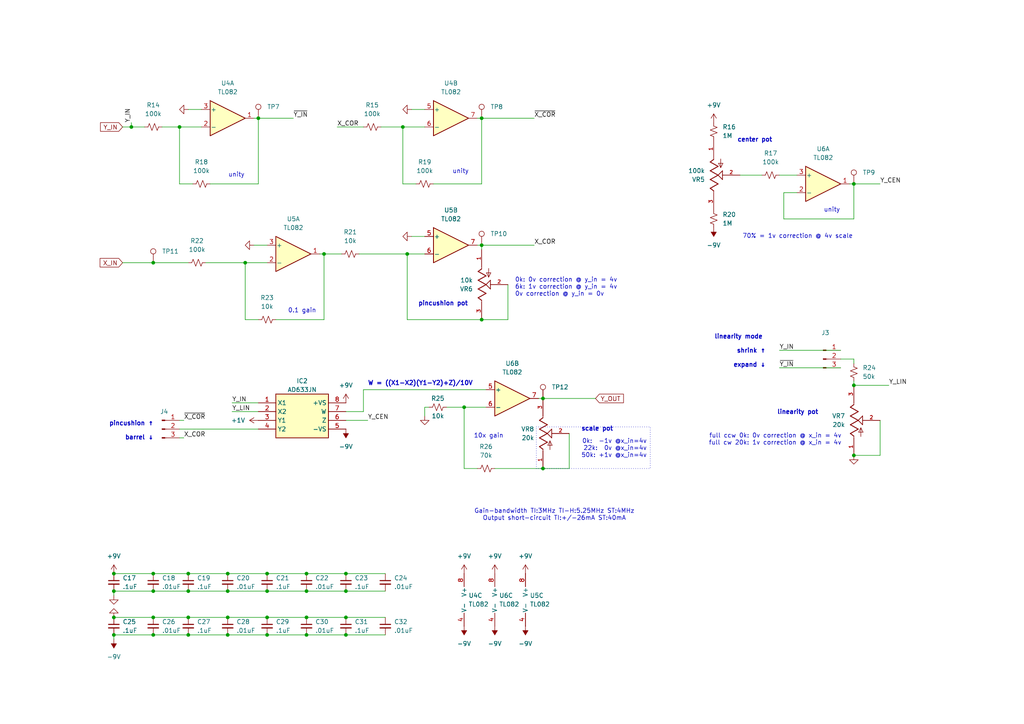
<source format=kicad_sch>
(kicad_sch (version 20231120) (generator "eeschema") (generator_version "8.0")
  (paper "A4")
  (lib_symbols
    (symbol "3362P-1-103LF:3362P-1-103LF" (pin_names (offset 1.016))
      (property "Reference" "VR" (at -10.1818 2.5465 0))
      (property "Value" "3362P-1-103LF" (at -10.1645 -7.6423 0))
      (symbol "3362P-1-103LF_0_0"
        (polyline (pts (xy -5.08 0) (xy -4.572 0)) (stroke (width 0.1524)))
        (polyline (pts (xy -4.699 -2.032) (xy -2.159 -2.032)) (stroke (width 0.1524)))
        (polyline (pts (xy -4.572 0) (xy -3.81 1.016)) (stroke (width 0.254)))
        (polyline (pts (xy -3.81 1.016) (xy -2.54 -1.27)) (stroke (width 0.254)))
        (polyline (pts (xy -3.429 -2.667) (xy -3.429 -1.397)) (stroke (width 0.1524)))
        (polyline (pts (xy -3.429 -1.397) (xy -2.159 -2.032)) (stroke (width 0.1524)))
        (polyline (pts (xy -2.54 -1.27) (xy -1.27 1.016)) (stroke (width 0.254)))
        (polyline (pts (xy -2.159 -2.032) (xy -3.429 -2.667)) (stroke (width 0.1524)))
        (polyline (pts (xy -1.27 -2.54) (xy 0 -1.27)) (stroke (width 0.2032)))
        (polyline (pts (xy -1.27 1.016) (xy 0 -1.27)) (stroke (width 0.254)))
        (polyline (pts (xy 0 -1.27) (xy 1.27 -2.54)) (stroke (width 0.2032)))
        (polyline (pts (xy 0 -1.27) (xy 1.27 1.016)) (stroke (width 0.254)))
        (polyline (pts (xy 1.27 -2.54) (xy -1.27 -2.54)) (stroke (width 0.2032)))
        (polyline (pts (xy 1.27 1.016) (xy 2.54 -1.27)) (stroke (width 0.254)))
        (polyline (pts (xy 2.54 -1.27) (xy 3.81 1.016)) (stroke (width 0.254)))
        (polyline (pts (xy 3.81 1.016) (xy 4.572 0)) (stroke (width 0.254)))
        (polyline (pts (xy 4.572 0) (xy 5.08 0)) (stroke (width 0.1524)))
        (pin passive line (at -10.16 0 0) (length 5.08) (name "~") (number "1"))
        (pin passive line (at 0 -7.62 90) (length 5.08) (name "~") (number "2"))
        (pin passive line (at 10.16 0 180) (length 5.08) (name "~") (number "3"))
      )
    )
    (symbol "AD633JN:AD633JN"
      (property "Reference" "IC" (at 21.59 7.62 0))
      (property "Value" "AD633JN" (at 21.59 5.08 0))
      (symbol "AD633JN_1_1"
        (rectangle (start 5.08 2.54) (end 20.32 -10.16) (stroke (width 0.254)) (fill (type background)))
        (pin passive line (at 0 0 0) (length 5.08) (name "X1") (number "1"))
        (pin passive line (at 0 -2.54 0) (length 5.08) (name "X2") (number "2"))
        (pin passive line (at 0 -5.08 0) (length 5.08) (name "Y1") (number "3"))
        (pin passive line (at 0 -7.62 0) (length 5.08) (name "Y2") (number "4"))
        (pin passive line (at 25.4 -7.62 180) (length 5.08) (name "-VS") (number "5"))
        (pin passive line (at 25.4 -5.08 180) (length 5.08) (name "Z") (number "6"))
        (pin passive line (at 25.4 -2.54 180) (length 5.08) (name "W") (number "7"))
        (pin passive line (at 25.4 0 180) (length 5.08) (name "+VS") (number "8"))
      )
    )
    (symbol "Amplifier_Operational:TL082" (pin_names (offset 0.127))
      (property "Reference" "U" (at 0 5.08 0))
      (property "Value" "TL082" (at 0 -5.08 0))
      (symbol "TL082_1_1"
        (polyline (pts (xy -5.08 5.08) (xy 5.08 0) (xy -5.08 -5.08) (xy -5.08 5.08)) (stroke (width 0.254)) (fill (type background)))
        (pin output line (at 7.62 0 180) (length 2.54) (name "~") (number "1"))
        (pin input line (at -7.62 -2.54 0) (length 2.54) (name "-") (number "2"))
        (pin input line (at -7.62 2.54 0) (length 2.54) (name "+") (number "3"))
      )
      (symbol "TL082_2_1"
        (polyline (pts (xy -5.08 5.08) (xy 5.08 0) (xy -5.08 -5.08) (xy -5.08 5.08)) (stroke (width 0.254)) (fill (type background)))
        (pin input line (at -7.62 2.54 0) (length 2.54) (name "+") (number "5"))
        (pin input line (at -7.62 -2.54 0) (length 2.54) (name "-") (number "6"))
        (pin output line (at 7.62 0 180) (length 2.54) (name "~") (number "7"))
      )
      (symbol "TL082_3_1"
        (pin power_in line (at -2.54 -7.62 90) (length 3.81) (name "V-") (number "4"))
        (pin power_in line (at -2.54 7.62 270) (length 3.81) (name "V+") (number "8"))
      )
    )
    (symbol "Connector:Conn_01x03_Male" (pin_names (offset 1.016) hide)
      (property "Reference" "J" (at 0 5.08 0))
      (property "Value" "Conn_01x03_Male" (at 0 -5.08 0))
      (symbol "Conn_01x03_Male_1_1"
        (polyline (pts (xy 1.27 -2.54) (xy 0.8636 -2.54)) (stroke (width 0.1524)))
        (polyline (pts (xy 1.27 0) (xy 0.8636 0)) (stroke (width 0.1524)))
        (polyline (pts (xy 1.27 2.54) (xy 0.8636 2.54)) (stroke (width 0.1524)))
        (rectangle (start 0.8636 -2.413) (end 0 -2.667) (stroke (width 0.1524)) (fill (type outline)))
        (rectangle (start 0.8636 0.127) (end 0 -0.127) (stroke (width 0.1524)) (fill (type outline)))
        (rectangle (start 0.8636 2.667) (end 0 2.413) (stroke (width 0.1524)) (fill (type outline)))
        (pin passive line (at 5.08 2.54 180) (length 3.81) (name "Pin_1") (number "1"))
        (pin passive line (at 5.08 0 180) (length 3.81) (name "Pin_2") (number "2"))
        (pin passive line (at 5.08 -2.54 180) (length 3.81) (name "Pin_3") (number "3"))
      )
    )
    (symbol "Connector:TestPoint" (pin_numbers hide) (pin_names (offset 0.762) hide)
      (property "Reference" "TP" (at 0 6.858 0))
      (property "Value" "TestPoint" (at 0 5.08 0))
      (symbol "TestPoint_0_1"
        (circle (center 0 3.302) (radius 0.762))
      )
      (symbol "TestPoint_1_1"
        (pin passive line (at 0 0 90) (length 2.54) (name "1") (number "1"))
      )
    )
    (symbol "Device:C_Small" (pin_numbers hide) (pin_names (offset 0.254) hide)
      (property "Reference" "C" (at 0.254 1.778 0))
      (property "Value" "C_Small" (at 0.254 -2.032 0))
      (symbol "C_Small_0_1"
        (polyline (pts (xy -1.524 -0.508) (xy 1.524 -0.508)) (stroke (width 0.3302)))
        (polyline (pts (xy -1.524 0.508) (xy 1.524 0.508)) (stroke (width 0.3048)))
      )
      (symbol "C_Small_1_1"
        (pin passive line (at 0 2.54 270) (length 2.032) (name "~") (number "1"))
        (pin passive line (at 0 -2.54 90) (length 2.032) (name "~") (number "2"))
      )
    )
    (symbol "Device:R_Small_US" (pin_numbers hide) (pin_names (offset 0.254) hide)
      (property "Reference" "R" (at 0.762 0.508 0))
      (property "Value" "R_Small_US" (at 0.762 -1.016 0))
      (symbol "R_Small_US_1_1"
        (polyline (pts (xy 0 0) (xy 1.016 -0.381) (xy 0 -0.762) (xy -1.016 -1.143) (xy 0 -1.524)))
        (polyline (pts (xy 0 1.524) (xy 1.016 1.143) (xy 0 0.762) (xy -1.016 0.381) (xy 0 0)))
        (pin passive line (at 0 2.54 270) (length 1.016) (name "~") (number "1"))
        (pin passive line (at 0 -2.54 90) (length 1.016) (name "~") (number "2"))
      )
    )
    (symbol "power:+1V0" (power) (pin_numbers hide) (pin_names (offset 0) hide)
      (property "Value" "+1V0" (at 0 3.556 0))
      (symbol "+1V0_0_1"
        (polyline (pts (xy -0.762 1.27) (xy 0 2.54)))
        (polyline (pts (xy 0 0) (xy 0 2.54)))
        (polyline (pts (xy 0 2.54) (xy 0.762 1.27)))
      )
      (symbol "+1V0_1_1"
        (pin power_in line (at 0 0 90) (length 0) (name "~") (number "1"))
      )
    )
    (symbol "power:+9V" (power) (pin_numbers hide) (pin_names (offset 0) hide)
      (property "Value" "+9V" (at 0 3.556 0))
      (symbol "+9V_0_1"
        (polyline (pts (xy -0.762 1.27) (xy 0 2.54)))
        (polyline (pts (xy 0 0) (xy 0 2.54)))
        (polyline (pts (xy 0 2.54) (xy 0.762 1.27)))
      )
      (symbol "+9V_1_1"
        (pin power_in line (at 0 0 90) (length 0) (name "~") (number "1"))
      )
    )
    (symbol "power:-9V" (power) (pin_numbers hide) (pin_names (offset 0) hide)
      (property "Value" "-9V" (at 0 3.556 0))
      (symbol "-9V_0_1"
        (polyline (pts (xy 0 0) (xy 0 2.54)))
        (polyline (pts (xy 0.762 1.27) (xy -0.762 1.27) (xy 0 2.54) (xy 0.762 1.27)) (fill (type outline)))
      )
      (symbol "-9V_1_1"
        (pin power_in line (at 0 0 90) (length 0) (name "~") (number "1"))
      )
    )
    (symbol "power:GND" (power) (pin_names (offset 0))
      (property "Value" "GND" (at 0 -3.81 0))
      (symbol "GND_0_1"
        (polyline (pts (xy 0 0) (xy 0 -1.27) (xy 1.27 -1.27) (xy 0 -2.54) (xy -1.27 -1.27) (xy 0 -1.27)))
      )
      (symbol "GND_1_1"
        (pin power_in line (at 0 0 270) (length 0) hide (name "GND") (number "1"))
      )
    )
  )
  (junction (at 66.04 166.37))
  (junction (at 38.1 36.83))
  (junction (at 33.02 184.15))
  (junction (at 100.33 166.37))
  (junction (at 88.9 171.45))
  (junction (at 44.45 171.45))
  (junction (at 66.04 171.45))
  (junction (at 88.9 166.37))
  (junction (at 139.7 34.29))
  (junction (at 54.61 171.45))
  (junction (at 93.98 73.66))
  (junction (at 66.04 184.15))
  (junction (at 88.9 184.15))
  (junction (at 118.11 73.66))
  (junction (at 33.02 166.37))
  (junction (at 100.33 171.45))
  (junction (at 44.45 166.37))
  (junction (at 44.45 179.07))
  (junction (at 33.02 179.07))
  (junction (at 139.7 71.12))
  (junction (at 157.48 115.57))
  (junction (at 77.47 179.07))
  (junction (at 74.93 34.29))
  (junction (at 247.65 53.34))
  (junction (at 134.62 118.11))
  (junction (at 116.84 36.83))
  (junction (at 44.45 76.2))
  (junction (at 52.07 36.83))
  (junction (at 33.02 171.45))
  (junction (at 77.47 171.45))
  (junction (at 54.61 179.07))
  (junction (at 66.04 179.07))
  (junction (at 100.33 184.15))
  (junction (at 54.61 166.37))
  (junction (at 247.65 111.76))
  (junction (at 77.47 184.15))
  (junction (at 44.45 184.15))
  (junction (at 157.48 135.89))
  (junction (at 247.65 132.08))
  (junction (at 77.47 166.37))
  (junction (at 139.7 92.71))
  (junction (at 71.12 76.2))
  (junction (at 54.61 184.15))
  (junction (at 88.9 179.07))
  (junction (at 100.33 179.07))
  (wire (pts (xy 88.9 166.37) (xy 100.33 166.37)))
  (wire (pts (xy 226.06 101.6) (xy 243.84 101.6)))
  (wire (pts (xy 44.45 184.15) (xy 54.61 184.15)))
  (wire (pts (xy 93.98 92.71) (xy 93.98 73.66)))
  (wire (pts (xy 44.45 171.45) (xy 54.61 171.45)))
  (wire (pts (xy 44.45 76.2) (xy 54.61 76.2)))
  (wire (pts (xy 226.06 50.8) (xy 231.14 50.8)))
  (wire (pts (xy 116.84 36.83) (xy 123.19 36.83)))
  (wire (pts (xy 54.61 171.45) (xy 66.04 171.45)))
  (wire (pts (xy 243.84 104.14) (xy 247.65 104.14)))
  (wire (pts (xy 157.48 115.57) (xy 156.21 115.57)))
  (wire (pts (xy 52.07 36.83) (xy 52.07 53.34)))
  (wire (pts (xy 77.47 179.07) (xy 88.9 179.07)))
  (wire (pts (xy 67.31 116.84) (xy 74.93 116.84)))
  (wire (pts (xy 247.65 53.34) (xy 255.27 53.34)))
  (wire (pts (xy 77.47 184.15) (xy 88.9 184.15)))
  (wire (pts (xy 67.31 119.38) (xy 74.93 119.38)))
  (wire (pts (xy 157.48 115.57) (xy 172.72 115.57)))
  (wire (pts (xy 255.27 121.92) (xy 255.27 132.08)))
  (wire (pts (xy 165.1 135.89) (xy 157.48 135.89)))
  (wire (pts (xy 33.02 184.15) (xy 33.02 185.42)))
  (wire (pts (xy 247.65 111.76) (xy 257.81 111.76)))
  (wire (pts (xy 214.63 50.8) (xy 220.98 50.8)))
  (wire (pts (xy 227.33 55.88) (xy 231.14 55.88)))
  (wire (pts (xy 227.33 55.88) (xy 227.33 63.5)))
  (wire (pts (xy 66.04 179.07) (xy 77.47 179.07)))
  (wire (pts (xy 134.62 118.11) (xy 134.62 135.89)))
  (wire (pts (xy 247.65 111.76) (xy 247.65 110.49)))
  (wire (pts (xy 52.07 36.83) (xy 58.42 36.83)))
  (wire (pts (xy 97.79 36.83) (xy 105.41 36.83)))
  (wire (pts (xy 88.9 179.07) (xy 100.33 179.07)))
  (wire (pts (xy 54.61 31.75) (xy 58.42 31.75)))
  (wire (pts (xy 66.04 166.37) (xy 77.47 166.37)))
  (wire (pts (xy 52.07 124.46) (xy 74.93 124.46)))
  (wire (pts (xy 247.65 63.5) (xy 247.65 53.34)))
  (wire (pts (xy 88.9 184.15) (xy 100.33 184.15)))
  (wire (pts (xy 143.51 135.89) (xy 157.48 135.89)))
  (wire (pts (xy 80.01 92.71) (xy 93.98 92.71)))
  (wire (pts (xy 100.33 171.45) (xy 111.76 171.45)))
  (wire (pts (xy 53.34 127) (xy 52.07 127)))
  (wire (pts (xy 44.45 166.37) (xy 54.61 166.37)))
  (wire (pts (xy 33.02 171.45) (xy 44.45 171.45)))
  (wire (pts (xy 247.65 53.34) (xy 246.38 53.34)))
  (wire (pts (xy 104.14 73.66) (xy 118.11 73.66)))
  (wire (pts (xy 123.19 118.11) (xy 123.19 120.65)))
  (wire (pts (xy 46.99 36.83) (xy 52.07 36.83)))
  (wire (pts (xy 247.65 104.14) (xy 247.65 105.41)))
  (wire (pts (xy 124.46 118.11) (xy 123.19 118.11)))
  (wire (pts (xy 100.33 179.07) (xy 111.76 179.07)))
  (wire (pts (xy 74.93 34.29) (xy 73.66 34.29)))
  (wire (pts (xy 116.84 36.83) (xy 116.84 53.34)))
  (wire (pts (xy 74.93 34.29) (xy 85.09 34.29)))
  (wire (pts (xy 139.7 53.34) (xy 139.7 34.29)))
  (wire (pts (xy 147.32 82.55) (xy 147.32 92.71)))
  (wire (pts (xy 139.7 34.29) (xy 154.94 34.29)))
  (wire (pts (xy 100.33 166.37) (xy 111.76 166.37)))
  (wire (pts (xy 110.49 36.83) (xy 116.84 36.83)))
  (wire (pts (xy 55.88 53.34) (xy 52.07 53.34)))
  (wire (pts (xy 139.7 71.12) (xy 138.43 71.12)))
  (wire (pts (xy 54.61 184.15) (xy 66.04 184.15)))
  (wire (pts (xy 54.61 166.37) (xy 66.04 166.37)))
  (wire (pts (xy 71.12 76.2) (xy 77.47 76.2)))
  (wire (pts (xy 118.11 73.66) (xy 123.19 73.66)))
  (wire (pts (xy 74.93 34.29) (xy 74.93 53.34)))
  (wire (pts (xy 38.1 35.56) (xy 38.1 36.83)))
  (wire (pts (xy 54.61 179.07) (xy 66.04 179.07)))
  (wire (pts (xy 77.47 166.37) (xy 88.9 166.37)))
  (wire (pts (xy 38.1 36.83) (xy 41.91 36.83)))
  (wire (pts (xy 165.1 125.73) (xy 165.1 135.89)))
  (wire (pts (xy 44.45 179.07) (xy 54.61 179.07)))
  (wire (pts (xy 71.12 76.2) (xy 71.12 92.71)))
  (wire (pts (xy 33.02 184.15) (xy 44.45 184.15)))
  (wire (pts (xy 35.56 76.2) (xy 44.45 76.2)))
  (wire (pts (xy 53.34 121.92) (xy 52.07 121.92)))
  (wire (pts (xy 74.93 92.71) (xy 71.12 92.71)))
  (wire (pts (xy 118.11 73.66) (xy 118.11 92.71)))
  (wire (pts (xy 33.02 171.45) (xy 33.02 172.72)))
  (wire (pts (xy 66.04 184.15) (xy 77.47 184.15)))
  (wire (pts (xy 120.65 53.34) (xy 116.84 53.34)))
  (wire (pts (xy 93.98 73.66) (xy 92.71 73.66)))
  (wire (pts (xy 88.9 171.45) (xy 100.33 171.45)))
  (wire (pts (xy 147.32 92.71) (xy 139.7 92.71)))
  (wire (pts (xy 139.7 34.29) (xy 138.43 34.29)))
  (wire (pts (xy 73.66 71.12) (xy 77.47 71.12)))
  (wire (pts (xy 33.02 179.07) (xy 44.45 179.07)))
  (wire (pts (xy 138.43 135.89) (xy 134.62 135.89)))
  (wire (pts (xy 33.02 166.37) (xy 44.45 166.37)))
  (wire (pts (xy 77.47 171.45) (xy 88.9 171.45)))
  (wire (pts (xy 227.33 63.5) (xy 247.65 63.5)))
  (wire (pts (xy 119.38 68.58) (xy 123.19 68.58)))
  (wire (pts (xy 105.41 119.38) (xy 105.41 113.03)))
  (wire (pts (xy 66.04 171.45) (xy 77.47 171.45)))
  (wire (pts (xy 119.38 31.75) (xy 123.19 31.75)))
  (wire (pts (xy 35.56 36.83) (xy 38.1 36.83)))
  (wire (pts (xy 60.96 53.34) (xy 74.93 53.34)))
  (wire (pts (xy 100.33 184.15) (xy 111.76 184.15)))
  (wire (pts (xy 255.27 132.08) (xy 247.65 132.08)))
  (wire (pts (xy 125.73 53.34) (xy 139.7 53.34)))
  (wire (pts (xy 93.98 73.66) (xy 99.06 73.66)))
  (wire (pts (xy 59.69 76.2) (xy 71.12 76.2)))
  (wire (pts (xy 139.7 71.12) (xy 154.94 71.12)))
  (wire (pts (xy 100.33 121.92) (xy 106.68 121.92)))
  (wire (pts (xy 118.11 92.71) (xy 139.7 92.71)))
  (wire (pts (xy 226.06 106.68) (xy 243.84 106.68)))
  (wire (pts (xy 105.41 113.03) (xy 140.97 113.03)))
  (wire (pts (xy 139.7 72.39) (xy 139.7 71.12)))
  (wire (pts (xy 134.62 118.11) (xy 140.97 118.11)))
  (wire (pts (xy 100.33 119.38) (xy 105.41 119.38)))
  (wire (pts (xy 129.54 118.11) (xy 134.62 118.11)))
  (text_box "0k:  -1v @x_in=4v\n22k:  0v @x_in=4v\n50k: +1v @x_in=4v\n" (at 155.575 123.825 0) (size 33.02 12.065) (stroke (width 0) (type dot)) (effects (font (size 1.27 1.27)) (justify right)))
  (text "linearity mode \n\nshrink ↑\n\nexpand ↓" (at 222.25 101.854 0) (effects (font (size 1.27 1.27) (thickness 0.254) (bold yes)) (justify right)))
  (text "70% = 1v correction @ 4v scale\n" (at 247.396 68.58 0) (effects (font (size 1.27 1.27)) (justify right)))
  (text "0k: 0v correction @ y_in = 4v\n6k: 1v correction @ y_in = 4v\n0v correction @ y_in = 0v\n" (at 149.352 83.312 0) (effects (font (size 1.27 1.27)) (justify left)))
  (text "pincushion pot" (at 128.524 88.138 0) (effects (font (size 1.27 1.27) (thickness 0.254) (bold yes))))
  (text "pincushion ↑\n\nbarrel ↓" (at 44.704 124.968 0) (effects (font (size 1.27 1.27) (thickness 0.254) (bold yes)) (justify right)))
  (text "0.1 gain" (at 87.63 90.17 0) (effects (font (size 1.27 1.27))))
  (text "W = ((X1−X2)(Y1−Y2)+Z)/10V" (at 121.92 111.252 0) (effects (font (size 1.27 1.27) (thickness 0.254) (bold yes))))
  (text "full ccw 0k: 0v correction @ x_in = 4v\nfull cw 20k: 1v correction @ x_in = 4v\n" (at 244.094 127.508 0) (effects (font (size 1.27 1.27)) (justify right)))
  (text "unity" (at 133.604 49.784 0) (effects (font (size 1.27 1.27))))
  (text "linearity pot" (at 231.394 119.634 0) (effects (font (size 1.27 1.27) (thickness 0.254) (bold yes))))
  (text "unity" (at 241.3 60.96 0) (effects (font (size 1.27 1.27))))
  (text "10x gain" (at 141.732 126.492 0) (effects (font (size 1.27 1.27))))
  (text "center pot\n" (at 218.948 40.64 0) (effects (font (size 1.27 1.27) (thickness 0.254) (bold yes))))
  (text "scale pot" (at 173.228 124.46 0) (effects (font (size 1.27 1.27) (thickness 0.254) (bold yes))))
  (text "Gain-bandwidth TI:3MHz TI-H:5.25MHz ST:4MHz\nOutput short-circuit TI:+/-26mA ST:40mA" (at 160.782 149.352 0) (effects (font (size 1.27 1.27))))
  (text "unity" (at 68.58 50.8 0) (effects (font (size 1.27 1.27))))
  (label "Y_IN" (at 67.31 116.84 0))
  (label "~{Y_IN}" (at 226.06 106.68 0))
  (label "X_COR" (at 97.79 36.83 0))
  (label "~{X_COR}" (at 53.34 121.92 0))
  (label "Y_IN" (at 38.1 35.56 90))
  (label "~{X_COR}" (at 154.94 34.29 0))
  (label "X_COR" (at 53.34 127 0))
  (label "Y_CEN" (at 106.68 121.92 0))
  (label "X_COR" (at 154.94 71.12 0))
  (label "Y_CEN" (at 255.27 53.34 0))
  (label "Y_IN" (at 226.06 101.6 0))
  (label "Y_LIN" (at 257.81 111.76 0))
  (label "~{Y_IN}" (at 85.09 34.29 0))
  (label "Y_LIN" (at 67.31 119.38 0))
  (global_label "X_IN" (shape input) (at 35.56 76.2 180) (property "Intersheetrefs" "${INTERSHEET_REFS}" (effects (hide yes))))
  (global_label "Y_OUT" (shape input) (at 172.72 115.57 0) (property "Intersheetrefs" "${INTERSHEET_REFS}" (effects (hide yes))))
  (global_label "Y_IN" (shape input) (at 35.56 36.83 180) (property "Intersheetrefs" "${INTERSHEET_REFS}" (effects (hide yes))))
  (symbol (lib_id "Device:R_Small_US") (at 57.15 76.2 90) (unit 1) (exclude_from_sim yes)
    (property "Reference" "R22" (at 57.15 69.85 90))
    (property "Value" "100k" (at 57.15 72.39 90))
    (property "Footprint" "Resistor_THT:R_Axial_DIN0207_L6.3mm_D2.5mm_P10.16mm_Horizontal" (effects (hide yes)))
  )
  (symbol (lib_id "Device:C_Small") (at 44.45 181.61 0) (unit 1) (exclude_from_sim yes)
    (property "Reference" "C26" (at 46.99 180.3462 0) (effects (justify left)))
    (property "Value" ".01uF" (at 46.99 182.8862 0) (effects (justify left)))
    (property "Footprint" "Capacitor_THT:C_Rect_L4.6mm_W2.0mm_P2.50mm_MKS02_FKP02" (effects (hide yes)))
  )
  (symbol (lib_id "power:GND") (at 119.38 68.58 270) (unit 1) (exclude_from_sim yes)
    (property "Reference" "#PWR026" (effects (hide yes)))
    (property "Value" "GND" (effects (hide yes)))
  )
  (symbol (lib_id "Connector:TestPoint") (at 157.48 115.57 0) (unit 1) (exclude_from_sim yes)
    (property "Reference" "TP12" (at 160.02 112.2679 0) (effects (justify left)))
    (property "Value" "TestPoint" (effects (hide yes)))
    (property "Footprint" "TestPoint:TestPoint_THTPad_1.0x1.0mm_Drill0.5mm" (effects (hide yes)))
    (property "Description" "test point" (effects (hide yes)))
  )
  (symbol (lib_id "Device:C_Small") (at 54.61 181.61 0) (unit 1) (exclude_from_sim yes)
    (property "Reference" "C27" (at 57.15 180.3462 0) (effects (justify left)))
    (property "Value" ".1uF" (at 57.15 182.8862 0) (effects (justify left)))
    (property "Footprint" "Capacitor_THT:C_Rect_L4.6mm_W2.0mm_P2.50mm_MKS02_FKP02" (effects (hide yes)))
  )
  (symbol (lib_id "Device:R_Small_US") (at 223.52 50.8 90) (unit 1) (exclude_from_sim yes)
    (property "Reference" "R17" (at 223.52 44.45 90))
    (property "Value" "100k" (at 223.52 46.99 90))
    (property "Footprint" "Resistor_THT:R_Axial_DIN0207_L6.3mm_D2.5mm_P10.16mm_Horizontal" (effects (hide yes)))
  )
  (symbol (lib_id "power:+9V") (at 33.02 166.37 0) (unit 1) (exclude_from_sim yes)
    (property "Reference" "#PWR033" (effects (hide yes)))
    (property "Value" "+9V" (at 33.02 161.29 0))
    (property "Description" "Power symbol creates a global label with name \"+9V\"" (effects (hide yes)))
  )
  (symbol (lib_id "Amplifier_Operational:TL082") (at 130.81 71.12 0) (unit 2) (exclude_from_sim yes)
    (property "Reference" "U5" (at 130.81 60.96 0))
    (property "Value" "TL082" (at 130.81 63.5 0))
    (property "Footprint" "Package_DIP:DIP-8_W7.62mm_Socket" (effects (hide yes)))
    (property "Datasheet" "http://www.ti.com/lit/ds/symlink/tl081.pdf" (effects (hide yes)))
    (property "Description" "Dual JFET-Input Operational Amplifiers, DIP-8/SOIC-8/SSOP-8" (effects (hide yes)))
    (property "Sim.Pins" "3=in+ 2=in- 8=vcc 4=vee 1=out" (effects (hide yes)))
    (property "Sim.Device" "SUBCKT" (effects (hide yes)))
    (property "Sim.Library" "${KICAD7_SYMBOL_DIR}/Simulation_SPICE.sp" (effects (hide yes)))
    (property "Sim.Name" "kicad_builtin_opamp" (effects (hide yes)))
  )
  (symbol (lib_id "power:GND") (at 54.61 31.75 270) (unit 1) (exclude_from_sim yes)
    (property "Reference" "#PWR022" (effects (hide yes)))
    (property "Value" "GND" (effects (hide yes)))
  )
  (symbol (lib_id "Device:C_Small") (at 66.04 168.91 0) (unit 1) (exclude_from_sim yes)
    (property "Reference" "C20" (at 68.58 167.6462 0) (effects (justify left)))
    (property "Value" ".01uF" (at 68.58 170.1862 0) (effects (justify left)))
    (property "Footprint" "Capacitor_THT:C_Rect_L4.6mm_W2.0mm_P2.50mm_MKS02_FKP02" (effects (hide yes)))
  )
  (symbol (lib_id "Device:R_Small_US") (at 58.42 53.34 90) (unit 1) (exclude_from_sim yes)
    (property "Reference" "R18" (at 58.42 46.99 90))
    (property "Value" "100k" (at 58.42 49.53 90))
    (property "Footprint" "Resistor_THT:R_Axial_DIN0207_L6.3mm_D2.5mm_P10.16mm_Horizontal" (effects (hide yes)))
  )
  (symbol (lib_id "power:+9V") (at 143.51 166.37 0) (unit 1) (exclude_from_sim yes)
    (property "Reference" "#PWR035" (effects (hide yes)))
    (property "Value" "+9V" (at 143.51 161.29 0))
    (property "Description" "Power symbol creates a global label with name \"+9V\"" (effects (hide yes)))
  )
  (symbol (lib_id "3362P-1-103LF:3362P-1-103LF") (at 157.48 125.73 90) (unit 1)
    (property "Reference" "VR8" (at 154.94 124.4599 90) (effects (justify left)))
    (property "Value" "20k" (at 154.94 126.9999 90) (effects (justify left)))
    (property "Footprint" "3362P_1_103LF:TRIM_3362P-1-103LF" (effects (hide yes)))
    (property "PARTREV" "08/26/10" (effects (hide yes)))
    (property "MF" "Bourns" (effects (hide yes)))
    (property "MP" "3362P-1-205LF" (effects (hide yes)))
    (property "STANDARD" "Manufacturer Recommendation" (effects (hide yes)))
  )
  (symbol (lib_id "Device:R_Small_US") (at 107.95 36.83 90) (unit 1) (exclude_from_sim yes)
    (property "Reference" "R15" (at 107.95 30.48 90))
    (property "Value" "100k" (at 107.95 33.02 90))
    (property "Footprint" "Resistor_THT:R_Axial_DIN0207_L6.3mm_D2.5mm_P10.16mm_Horizontal" (effects (hide yes)))
  )
  (symbol (lib_id "power:GND") (at 33.02 179.07 180) (unit 1) (exclude_from_sim yes)
    (property "Reference" "#PWR038" (effects (hide yes)))
    (property "Value" "GND" (effects (hide yes)))
  )
  (symbol (lib_id "Connector:TestPoint") (at 139.7 71.12 0) (unit 1) (exclude_from_sim yes)
    (property "Reference" "TP10" (at 142.24 67.8179 0) (effects (justify left)))
    (property "Value" "TestPoint" (effects (hide yes)))
    (property "Footprint" "TestPoint:TestPoint_THTPad_1.0x1.0mm_Drill0.5mm" (effects (hide yes)))
    (property "Description" "test point" (effects (hide yes)))
  )
  (symbol (lib_id "3362P-1-103LF:3362P-1-103LF") (at 247.65 121.92 90) (unit 1) (exclude_from_sim yes)
    (property "Reference" "VR7" (at 245.11 120.6499 90) (effects (justify left)))
    (property "Value" "20k" (at 245.11 123.1899 90) (effects (justify left)))
    (property "Footprint" "3362P_1_103LF:TRIM_3362P-1-103LF" (effects (hide yes)))
    (property "PARTREV" "08/26/10" (effects (hide yes)))
    (property "MF" "Bourns" (effects (hide yes)))
    (property "MP" "3362P-1-205LF" (effects (hide yes)))
    (property "STANDARD" "Manufacturer Recommendation" (effects (hide yes)))
  )
  (symbol (lib_id "power:-9V") (at 143.51 181.61 180) (unit 1) (exclude_from_sim yes)
    (property "Reference" "#PWR040" (effects (hide yes)))
    (property "Value" "-9V" (at 143.51 186.69 0))
    (property "Description" "Power symbol creates a global label with name \"-9V\"" (effects (hide yes)))
  )
  (symbol (lib_id "Amplifier_Operational:TL082") (at 238.76 53.34 0) (unit 1) (exclude_from_sim yes)
    (property "Reference" "U6" (at 238.76 43.18 0))
    (property "Value" "TL082" (at 238.76 45.72 0))
    (property "Footprint" "Package_DIP:DIP-8_W7.62mm_Socket" (effects (hide yes)))
    (property "Datasheet" "http://www.ti.com/lit/ds/symlink/tl081.pdf" (effects (hide yes)))
    (property "Description" "Dual JFET-Input Operational Amplifiers, DIP-8/SOIC-8/SSOP-8" (effects (hide yes)))
    (property "Sim.Pins" "3=in+ 2=in- 8=vcc 4=vee 1=out" (effects (hide yes)))
    (property "Sim.Device" "SUBCKT" (effects (hide yes)))
    (property "Sim.Library" "${KICAD7_SYMBOL_DIR}/Simulation_SPICE.sp" (effects (hide yes)))
    (property "Sim.Name" "kicad_builtin_opamp" (effects (hide yes)))
  )
  (symbol (lib_id "Amplifier_Operational:TL082") (at 66.04 34.29 0) (unit 1) (exclude_from_sim yes)
    (property "Reference" "U4" (at 66.04 24.13 0))
    (property "Value" "TL082" (at 66.04 26.67 0))
    (property "Footprint" "Package_DIP:DIP-8_W7.62mm_Socket" (effects (hide yes)))
    (property "Datasheet" "http://www.ti.com/lit/ds/symlink/tl081.pdf" (effects (hide yes)))
    (property "Description" "Dual JFET-Input Operational Amplifiers, DIP-8/SOIC-8/SSOP-8" (effects (hide yes)))
    (property "Sim.Pins" "3=in+ 2=in- 8=vcc 4=vee 1=out" (effects (hide yes)))
    (property "Sim.Device" "SUBCKT" (effects (hide yes)))
    (property "Sim.Library" "${KICAD7_SYMBOL_DIR}/Simulation_SPICE.sp" (effects (hide yes)))
    (property "Sim.Name" "kicad_builtin_opamp" (effects (hide yes)))
  )
  (symbol (lib_id "Connector:TestPoint") (at 44.45 76.2 0) (unit 1) (exclude_from_sim yes)
    (property "Reference" "TP11" (at 46.99 72.8979 0) (effects (justify left)))
    (property "Value" "TestPoint" (effects (hide yes)))
    (property "Footprint" "TestPoint:TestPoint_THTPad_1.0x1.0mm_Drill0.5mm" (effects (hide yes)))
    (property "Description" "test point" (effects (hide yes)))
  )
  (symbol (lib_id "Device:C_Small") (at 54.61 168.91 0) (unit 1) (exclude_from_sim yes)
    (property "Reference" "C19" (at 57.15 167.6462 0) (effects (justify left)))
    (property "Value" ".1uF" (at 57.15 170.1862 0) (effects (justify left)))
    (property "Footprint" "Capacitor_THT:C_Rect_L4.6mm_W2.0mm_P2.50mm_MKS02_FKP02" (effects (hide yes)))
  )
  (symbol (lib_id "power:-9V") (at 152.4 181.61 180) (unit 1) (exclude_from_sim yes)
    (property "Reference" "#PWR041" (effects (hide yes)))
    (property "Value" "-9V" (at 152.4 186.69 0))
    (property "Description" "Power symbol creates a global label with name \"-9V\"" (effects (hide yes)))
  )
  (symbol (lib_id "Device:C_Small") (at 88.9 181.61 0) (unit 1) (exclude_from_sim yes)
    (property "Reference" "C30" (at 91.44 180.3462 0) (effects (justify left)))
    (property "Value" ".01uF" (at 91.44 182.8862 0) (effects (justify left)))
    (property "Footprint" "Capacitor_THT:C_Rect_L4.6mm_W2.0mm_P2.50mm_MKS02_FKP02" (effects (hide yes)))
  )
  (symbol (lib_id "Amplifier_Operational:TL082") (at 146.05 173.99 0) (unit 3) (exclude_from_sim yes)
    (property "Reference" "U6" (at 144.78 172.7199 0) (effects (justify left)))
    (property "Value" "TL082" (at 144.78 175.2599 0) (effects (justify left)))
    (property "Footprint" "Package_DIP:DIP-8_W7.62mm_Socket" (effects (hide yes)))
    (property "Datasheet" "http://www.ti.com/lit/ds/symlink/tl081.pdf" (effects (hide yes)))
    (property "Description" "Dual JFET-Input Operational Amplifiers, DIP-8/SOIC-8/SSOP-8" (effects (hide yes)))
    (property "Sim.Pins" "3=in+ 2=in- 8=vcc 4=vee 1=out" (effects (hide yes)))
    (property "Sim.Device" "SUBCKT" (effects (hide yes)))
    (property "Sim.Library" "${KICAD7_SYMBOL_DIR}/Simulation_SPICE.sp" (effects (hide yes)))
    (property "Sim.Name" "kicad_builtin_opamp" (effects (hide yes)))
  )
  (symbol (lib_id "Device:C_Small") (at 88.9 168.91 0) (unit 1) (exclude_from_sim yes)
    (property "Reference" "C22" (at 91.44 167.6462 0) (effects (justify left)))
    (property "Value" ".01uF" (at 91.44 170.1862 0) (effects (justify left)))
    (property "Footprint" "Capacitor_THT:C_Rect_L4.6mm_W2.0mm_P2.50mm_MKS02_FKP02" (effects (hide yes)))
  )
  (symbol (lib_id "Connector:TestPoint") (at 139.7 34.29 0) (unit 1) (exclude_from_sim yes)
    (property "Reference" "TP8" (at 142.24 30.9879 0) (effects (justify left)))
    (property "Value" "TestPoint" (effects (hide yes)))
    (property "Footprint" "TestPoint:TestPoint_THTPad_1.0x1.0mm_Drill0.5mm" (effects (hide yes)))
    (property "Description" "test point" (effects (hide yes)))
  )
  (symbol (lib_id "Amplifier_Operational:TL082") (at 130.81 34.29 0) (unit 2) (exclude_from_sim yes)
    (property "Reference" "U4" (at 130.81 24.13 0))
    (property "Value" "TL082" (at 130.81 26.67 0))
    (property "Footprint" "Package_DIP:DIP-8_W7.62mm_Socket" (effects (hide yes)))
    (property "Datasheet" "http://www.ti.com/lit/ds/symlink/tl081.pdf" (effects (hide yes)))
    (property "Description" "Dual JFET-Input Operational Amplifiers, DIP-8/SOIC-8/SSOP-8" (effects (hide yes)))
    (property "Sim.Pins" "3=in+ 2=in- 8=vcc 4=vee 1=out" (effects (hide yes)))
    (property "Sim.Device" "SUBCKT" (effects (hide yes)))
    (property "Sim.Library" "${KICAD7_SYMBOL_DIR}/Simulation_SPICE.sp" (effects (hide yes)))
    (property "Sim.Name" "kicad_builtin_opamp" (effects (hide yes)))
  )
  (symbol (lib_id "Device:R_Small_US") (at 127 118.11 90) (unit 1) (exclude_from_sim yes)
    (property "Reference" "R25" (at 127 115.57 90))
    (property "Value" "10k" (at 127 120.65 90))
    (property "Footprint" "Resistor_THT:R_Axial_DIN0207_L6.3mm_D2.5mm_P10.16mm_Horizontal" (effects (hide yes)))
  )
  (symbol (lib_id "Amplifier_Operational:TL082") (at 137.16 173.99 0) (unit 3) (exclude_from_sim yes)
    (property "Reference" "U4" (at 135.89 172.7199 0) (effects (justify left)))
    (property "Value" "TL082" (at 135.89 175.2599 0) (effects (justify left)))
    (property "Footprint" "Package_DIP:DIP-8_W7.62mm_Socket" (effects (hide yes)))
    (property "Datasheet" "http://www.ti.com/lit/ds/symlink/tl081.pdf" (effects (hide yes)))
    (property "Description" "Dual JFET-Input Operational Amplifiers, DIP-8/SOIC-8/SSOP-8" (effects (hide yes)))
    (property "Sim.Pins" "3=in+ 2=in- 8=vcc 4=vee 1=out" (effects (hide yes)))
    (property "Sim.Device" "SUBCKT" (effects (hide yes)))
    (property "Sim.Library" "${KICAD7_SYMBOL_DIR}/Simulation_SPICE.sp" (effects (hide yes)))
    (property "Sim.Name" "kicad_builtin_opamp" (effects (hide yes)))
  )
  (symbol (lib_id "Device:R_Small_US") (at 207.01 38.1 180) (unit 1) (exclude_from_sim yes)
    (property "Reference" "R16" (at 209.55 36.8299 0) (effects (justify right)))
    (property "Value" "1M" (at 209.55 39.3699 0) (effects (justify right)))
    (property "Footprint" "Resistor_THT:R_Axial_DIN0207_L6.3mm_D2.5mm_P10.16mm_Horizontal" (effects (hide yes)))
  )
  (symbol (lib_id "Connector:Conn_01x03_Male") (at 238.76 104.14 0) (unit 1) (exclude_from_sim yes)
    (property "Reference" "J3" (at 239.395 96.52 0))
    (property "Value" "Conn_01x03_Male" (effects (hide yes)))
    (property "Footprint" "Connector_PinHeader_2.54mm:PinHeader_1x03_P2.54mm_Vertical" (effects (hide yes)))
  )
  (symbol (lib_id "Device:C_Small") (at 77.47 181.61 0) (unit 1) (exclude_from_sim yes)
    (property "Reference" "C29" (at 80.01 180.3462 0) (effects (justify left)))
    (property "Value" ".1uF" (at 80.01 182.8862 0) (effects (justify left)))
    (property "Footprint" "Capacitor_THT:C_Rect_L4.6mm_W2.0mm_P2.50mm_MKS02_FKP02" (effects (hide yes)))
  )
  (symbol (lib_id "Device:R_Small_US") (at 44.45 36.83 90) (unit 1) (exclude_from_sim yes)
    (property "Reference" "R14" (at 44.45 30.48 90))
    (property "Value" "100k" (at 44.45 33.02 90))
    (property "Footprint" "Resistor_THT:R_Axial_DIN0207_L6.3mm_D2.5mm_P10.16mm_Horizontal" (effects (hide yes)))
  )
  (symbol (lib_id "Connector:TestPoint") (at 74.93 34.29 0) (unit 1) (exclude_from_sim yes)
    (property "Reference" "TP7" (at 77.47 30.9879 0) (effects (justify left)))
    (property "Value" "TestPoint" (effects (hide yes)))
    (property "Footprint" "TestPoint:TestPoint_THTPad_1.0x1.0mm_Drill0.5mm" (effects (hide yes)))
    (property "Description" "test point" (effects (hide yes)))
  )
  (symbol (lib_id "AD633JN:AD633JN") (at 74.93 116.84 0) (unit 1)
    (property "Reference" "IC2" (at 87.63 110.49 0))
    (property "Value" "AD633JN" (at 87.63 113.03 0))
    (property "Footprint" "Package_DIP:DIP-8_W7.62mm_Socket" (effects (hide yes)))
    (property "Datasheet" "https://www.analog.com/media/en/technical-documentation/data-sheets/AD633.pdf" (effects (hide yes)))
    (property "Description" "Special Purpose Amplifiers ANALOG MULTIPLIER IC" (effects (hide yes)))
    (property "Height" "5.33" (effects (hide yes)))
    (property "Mouser Part Number" "584-AD633JN" (effects (hide yes)))
    (property "Mouser Price/Stock" "https://www.mouser.co.uk/ProductDetail/Analog-Devices/AD633JN?qs=NmRFExCfTkF9s8t0TcdxsA%3D%3D" (effects (hide yes)))
    (property "Manufacturer_Name" "Analog Devices" (effects (hide yes)))
    (property "Manufacturer_Part_Number" "AD633JN" (effects (hide yes)))
  )
  (symbol (lib_id "Device:R_Small_US") (at 123.19 53.34 90) (unit 1) (exclude_from_sim yes)
    (property "Reference" "R19" (at 123.19 46.99 90))
    (property "Value" "100k" (at 123.19 49.53 90))
    (property "Footprint" "Resistor_THT:R_Axial_DIN0207_L6.3mm_D2.5mm_P10.16mm_Horizontal" (effects (hide yes)))
  )
  (symbol (lib_id "Device:C_Small") (at 100.33 168.91 0) (unit 1) (exclude_from_sim yes)
    (property "Reference" "C23" (at 102.87 167.6462 0) (effects (justify left)))
    (property "Value" ".1uF" (at 102.87 170.1862 0) (effects (justify left)))
    (property "Footprint" "Capacitor_THT:C_Rect_L4.6mm_W2.0mm_P2.50mm_MKS02_FKP02" (effects (hide yes)))
  )
  (symbol (lib_id "Device:R_Small_US") (at 207.01 63.5 180) (unit 1) (exclude_from_sim yes)
    (property "Reference" "R20" (at 209.55 62.2299 0) (effects (justify right)))
    (property "Value" "1M" (at 209.55 64.7699 0) (effects (justify right)))
    (property "Footprint" "Resistor_THT:R_Axial_DIN0207_L6.3mm_D2.5mm_P10.16mm_Horizontal" (effects (hide yes)))
  )
  (symbol (lib_id "Device:C_Small") (at 33.02 181.61 0) (unit 1) (exclude_from_sim yes)
    (property "Reference" "C25" (at 35.56 180.3462 0) (effects (justify left)))
    (property "Value" ".1uF" (at 35.56 182.8862 0) (effects (justify left)))
    (property "Footprint" "Capacitor_THT:C_Rect_L4.6mm_W2.0mm_P2.50mm_MKS02_FKP02" (effects (hide yes)))
  )
  (symbol (lib_id "power:+9V") (at 134.62 166.37 0) (unit 1) (exclude_from_sim yes)
    (property "Reference" "#PWR034" (effects (hide yes)))
    (property "Value" "+9V" (at 134.62 161.29 0))
    (property "Description" "Power symbol creates a global label with name \"+9V\"" (effects (hide yes)))
  )
  (symbol (lib_id "power:+9V") (at 100.33 116.84 0) (unit 1) (exclude_from_sim yes)
    (property "Reference" "#PWR028" (effects (hide yes)))
    (property "Value" "+9V" (at 100.33 111.76 0))
    (property "Description" "Power symbol creates a global label with name \"+9V\"" (effects (hide yes)))
  )
  (symbol (lib_id "power:GND") (at 247.65 132.08 0) (unit 1) (exclude_from_sim yes)
    (property "Reference" "#PWR032" (effects (hide yes)))
    (property "Value" "GND" (effects (hide yes)))
  )
  (symbol (lib_id "Device:C_Small") (at 100.33 181.61 0) (unit 1) (exclude_from_sim yes)
    (property "Reference" "C31" (at 102.87 180.3462 0) (effects (justify left)))
    (property "Value" ".1uF" (at 102.87 182.8862 0) (effects (justify left)))
    (property "Footprint" "Capacitor_THT:C_Rect_L4.6mm_W2.0mm_P2.50mm_MKS02_FKP02" (effects (hide yes)))
  )
  (symbol (lib_id "power:GND") (at 33.02 172.72 0) (unit 1) (exclude_from_sim yes)
    (property "Reference" "#PWR037" (effects (hide yes)))
    (property "Value" "GND" (effects (hide yes)))
  )
  (symbol (lib_id "power:-9V") (at 207.01 66.04 180) (unit 1) (exclude_from_sim yes)
    (property "Reference" "#PWR025" (effects (hide yes)))
    (property "Value" "-9V" (at 207.01 71.12 0))
    (property "Description" "Power symbol creates a global label with name \"-9V\"" (effects (hide yes)))
  )
  (symbol (lib_id "power:+9V") (at 207.01 35.56 0) (unit 1) (exclude_from_sim yes)
    (property "Reference" "#PWR024" (effects (hide yes)))
    (property "Value" "+9V" (at 207.01 30.48 0))
    (property "Description" "Power symbol creates a global label with name \"+9V\"" (effects (hide yes)))
  )
  (symbol (lib_id "Device:R_Small_US") (at 77.47 92.71 90) (unit 1) (exclude_from_sim yes)
    (property "Reference" "R23" (at 77.47 86.36 90))
    (property "Value" "10k" (at 77.47 88.9 90))
    (property "Footprint" "Resistor_THT:R_Axial_DIN0207_L6.3mm_D2.5mm_P10.16mm_Horizontal" (effects (hide yes)))
  )
  (symbol (lib_id "Device:C_Small") (at 111.76 181.61 0) (unit 1) (exclude_from_sim yes)
    (property "Reference" "C32" (at 114.3 180.3462 0) (effects (justify left)))
    (property "Value" ".01uF" (at 114.3 182.8862 0) (effects (justify left)))
    (property "Footprint" "Capacitor_THT:C_Rect_L4.6mm_W2.0mm_P2.50mm_MKS02_FKP02" (effects (hide yes)))
  )
  (symbol (lib_id "Device:R_Small_US") (at 140.97 135.89 90) (unit 1) (exclude_from_sim yes)
    (property "Reference" "R26" (at 140.97 129.54 90))
    (property "Value" "70k" (at 140.97 132.08 90))
    (property "Footprint" "Resistor_THT:R_Axial_DIN0207_L6.3mm_D2.5mm_P10.16mm_Horizontal" (effects (hide yes)))
  )
  (symbol (lib_id "power:+1V0") (at 74.93 121.92 90) (unit 1) (exclude_from_sim yes)
    (property "Reference" "#PWR030" (effects (hide yes)))
    (property "Value" "+1V" (at 71.12 121.9199 90) (effects (justify left)))
    (property "Description" "Power symbol creates a global label with name \"+1V0\"" (effects (hide yes)))
  )
  (symbol (lib_id "Device:R_Small_US") (at 247.65 107.95 180) (unit 1) (exclude_from_sim yes)
    (property "Reference" "R24" (at 250.19 106.6799 0) (effects (justify right)))
    (property "Value" "50k" (at 250.19 109.2199 0) (effects (justify right)))
    (property "Footprint" "Resistor_THT:R_Axial_DIN0207_L6.3mm_D2.5mm_P10.16mm_Horizontal" (effects (hide yes)))
  )
  (symbol (lib_id "Amplifier_Operational:TL082") (at 85.09 73.66 0) (unit 1) (exclude_from_sim yes)
    (property "Reference" "U5" (at 85.09 63.5 0))
    (property "Value" "TL082" (at 85.09 66.04 0))
    (property "Footprint" "Package_DIP:DIP-8_W7.62mm_Socket" (effects (hide yes)))
    (property "Datasheet" "http://www.ti.com/lit/ds/symlink/tl081.pdf" (effects (hide yes)))
    (property "Description" "Dual JFET-Input Operational Amplifiers, DIP-8/SOIC-8/SSOP-8" (effects (hide yes)))
    (property "Sim.Pins" "3=in+ 2=in- 8=vcc 4=vee 1=out" (effects (hide yes)))
    (property "Sim.Device" "SUBCKT" (effects (hide yes)))
    (property "Sim.Library" "${KICAD7_SYMBOL_DIR}/Simulation_SPICE.sp" (effects (hide yes)))
    (property "Sim.Name" "kicad_builtin_opamp" (effects (hide yes)))
  )
  (symbol (lib_id "Device:C_Small") (at 66.04 181.61 0) (unit 1) (exclude_from_sim yes)
    (property "Reference" "C28" (at 68.58 180.3462 0) (effects (justify left)))
    (property "Value" ".01uF" (at 68.58 182.8862 0) (effects (justify left)))
    (property "Footprint" "Capacitor_THT:C_Rect_L4.6mm_W2.0mm_P2.50mm_MKS02_FKP02" (effects (hide yes)))
  )
  (symbol (lib_id "Device:C_Small") (at 44.45 168.91 0) (unit 1) (exclude_from_sim yes)
    (property "Reference" "C18" (at 46.99 167.6462 0) (effects (justify left)))
    (property "Value" ".01uF" (at 46.99 170.1862 0) (effects (justify left)))
    (property "Footprint" "Capacitor_THT:C_Rect_L4.6mm_W2.0mm_P2.50mm_MKS02_FKP02" (effects (hide yes)))
  )
  (symbol (lib_id "Device:R_Small_US") (at 101.6 73.66 90) (unit 1) (exclude_from_sim yes)
    (property "Reference" "R21" (at 101.6 67.31 90))
    (property "Value" "10k" (at 101.6 69.85 90))
    (property "Footprint" "Resistor_THT:R_Axial_DIN0207_L6.3mm_D2.5mm_P10.16mm_Horizontal" (effects (hide yes)))
  )
  (symbol (lib_id "power:-9V") (at 33.02 185.42 180) (unit 1) (exclude_from_sim yes)
    (property "Reference" "#PWR042" (effects (hide yes)))
    (property "Value" "-9V" (at 33.02 190.5 0))
    (property "Description" "Power symbol creates a global label with name \"-9V\"" (effects (hide yes)))
  )
  (symbol (lib_id "Device:C_Small") (at 111.76 168.91 0) (unit 1) (exclude_from_sim yes)
    (property "Reference" "C24" (at 114.3 167.6462 0) (effects (justify left)))
    (property "Value" ".01uF" (at 114.3 170.1862 0) (effects (justify left)))
    (property "Footprint" "Capacitor_THT:C_Rect_L4.6mm_W2.0mm_P2.50mm_MKS02_FKP02" (effects (hide yes)))
  )
  (symbol (lib_id "power:GND") (at 123.19 120.65 0) (unit 1) (exclude_from_sim yes)
    (property "Reference" "#PWR029" (effects (hide yes)))
    (property "Value" "GND" (effects (hide yes)))
  )
  (symbol (lib_id "3362P-1-103LF:3362P-1-103LF") (at 207.01 50.8 90) (mirror x) (unit 1)
    (property "Reference" "VR5" (at 204.47 52.0701 90) (effects (justify left)))
    (property "Value" "100k" (at 204.47 49.5301 90) (effects (justify left)))
    (property "Footprint" "3362P_1_103LF:TRIM_3362P-1-103LF" (effects (hide yes)))
    (property "PARTREV" "08/26/10" (effects (hide yes)))
    (property "MF" "Bourns" (effects (hide yes)))
    (property "MP" "3362P-1-205LF" (effects (hide yes)))
    (property "STANDARD" "Manufacturer Recommendation" (effects (hide yes)))
  )
  (symbol (lib_id "Connector:TestPoint") (at 247.65 53.34 0) (unit 1) (exclude_from_sim yes)
    (property "Reference" "TP9" (at 250.19 50.0379 0) (effects (justify left)))
    (property "Value" "TestPoint" (effects (hide yes)))
    (property "Footprint" "TestPoint:TestPoint_THTPad_1.0x1.0mm_Drill0.5mm" (effects (hide yes)))
    (property "Description" "test point" (effects (hide yes)))
  )
  (symbol (lib_id "Amplifier_Operational:TL082") (at 154.94 173.99 0) (unit 3) (exclude_from_sim yes)
    (property "Reference" "U5" (at 153.67 172.7199 0) (effects (justify left)))
    (property "Value" "TL082" (at 153.67 175.2599 0) (effects (justify left)))
    (property "Footprint" "Package_DIP:DIP-8_W7.62mm_Socket" (effects (hide yes)))
    (property "Datasheet" "http://www.ti.com/lit/ds/symlink/tl081.pdf" (effects (hide yes)))
    (property "Description" "Dual JFET-Input Operational Amplifiers, DIP-8/SOIC-8/SSOP-8" (effects (hide yes)))
    (property "Sim.Pins" "3=in+ 2=in- 8=vcc 4=vee 1=out" (effects (hide yes)))
    (property "Sim.Device" "SUBCKT" (effects (hide yes)))
    (property "Sim.Library" "${KICAD7_SYMBOL_DIR}/Simulation_SPICE.sp" (effects (hide yes)))
    (property "Sim.Name" "kicad_builtin_opamp" (effects (hide yes)))
  )
  (symbol (lib_id "power:GND") (at 73.66 71.12 270) (unit 1) (exclude_from_sim yes)
    (property "Reference" "#PWR027" (effects (hide yes)))
    (property "Value" "GND" (effects (hide yes)))
  )
  (symbol (lib_id "power:GND") (at 119.38 31.75 270) (unit 1) (exclude_from_sim yes)
    (property "Reference" "#PWR023" (effects (hide yes)))
    (property "Value" "GND" (effects (hide yes)))
  )
  (symbol (lib_id "Connector:Conn_01x03_Male") (at 46.99 124.46 0) (unit 1) (exclude_from_sim yes)
    (property "Reference" "J4" (at 47.625 119.38 0))
    (property "Value" "Conn_01x03_Male" (effects (hide yes)))
    (property "Footprint" "Connector_PinHeader_2.54mm:PinHeader_1x03_P2.54mm_Vertical" (effects (hide yes)))
  )
  (symbol (lib_id "Amplifier_Operational:TL082") (at 148.59 115.57 0) (unit 2) (exclude_from_sim yes)
    (property "Reference" "U6" (at 148.59 105.41 0))
    (property "Value" "TL082" (at 148.59 107.95 0))
    (property "Footprint" "Package_DIP:DIP-8_W7.62mm_Socket" (effects (hide yes)))
    (property "Datasheet" "http://www.ti.com/lit/ds/symlink/tl081.pdf" (effects (hide yes)))
    (property "Description" "Dual JFET-Input Operational Amplifiers, DIP-8/SOIC-8/SSOP-8" (effects (hide yes)))
    (property "Sim.Pins" "3=in+ 2=in- 8=vcc 4=vee 1=out" (effects (hide yes)))
    (property "Sim.Device" "SUBCKT" (effects (hide yes)))
    (property "Sim.Library" "${KICAD7_SYMBOL_DIR}/Simulation_SPICE.sp" (effects (hide yes)))
    (property "Sim.Name" "kicad_builtin_opamp" (effects (hide yes)))
  )
  (symbol (lib_id "3362P-1-103LF:3362P-1-103LF") (at 139.7 82.55 90) (mirror x) (unit 1)
    (property "Reference" "VR6" (at 137.16 83.8201 90) (effects (justify left)))
    (property "Value" "10k" (at 137.16 81.2801 90) (effects (justify left)))
    (property "Footprint" "3362P_1_103LF:TRIM_3362P-1-103LF" (effects (hide yes)))
    (property "PARTREV" "08/26/10" (effects (hide yes)))
    (property "MF" "Bourns" (effects (hide yes)))
    (property "MP" "3362P-1-205LF" (effects (hide yes)))
    (property "STANDARD" "Manufacturer Recommendation" (effects (hide yes)))
  )
  (symbol (lib_id "Device:C_Small") (at 77.47 168.91 0) (unit 1) (exclude_from_sim yes)
    (property "Reference" "C21" (at 80.01 167.6462 0) (effects (justify left)))
    (property "Value" ".1uF" (at 80.01 170.1862 0) (effects (justify left)))
    (property "Footprint" "Capacitor_THT:C_Rect_L4.6mm_W2.0mm_P2.50mm_MKS02_FKP02" (effects (hide yes)))
  )
  (symbol (lib_id "power:+9V") (at 152.4 166.37 0) (unit 1) (exclude_from_sim yes)
    (property "Reference" "#PWR036" (effects (hide yes)))
    (property "Value" "+9V" (at 152.4 161.29 0))
    (property "Description" "Power symbol creates a global label with name \"+9V\"" (effects (hide yes)))
  )
  (symbol (lib_id "Device:C_Small") (at 33.02 168.91 0) (unit 1) (exclude_from_sim yes)
    (property "Reference" "C17" (at 35.56 167.6462 0) (effects (justify left)))
    (property "Value" ".1uF" (at 35.56 170.1862 0) (effects (justify left)))
    (property "Footprint" "Capacitor_THT:C_Rect_L4.6mm_W2.0mm_P2.50mm_MKS02_FKP02" (effects (hide yes)))
  )
  (symbol (lib_id "power:-9V") (at 134.62 181.61 180) (unit 1) (exclude_from_sim yes)
    (property "Reference" "#PWR039" (effects (hide yes)))
    (property "Value" "-9V" (at 134.62 186.69 0))
    (property "Description" "Power symbol creates a global label with name \"-9V\"" (effects (hide yes)))
  )
  (symbol (lib_id "power:-9V") (at 100.33 124.46 180) (unit 1) (exclude_from_sim yes)
    (property "Reference" "#PWR031" (effects (hide yes)))
    (property "Value" "-9V" (at 100.33 129.54 0))
    (property "Description" "Power symbol creates a global label with name \"-9V\"" (effects (hide yes)))
  )
)
</source>
